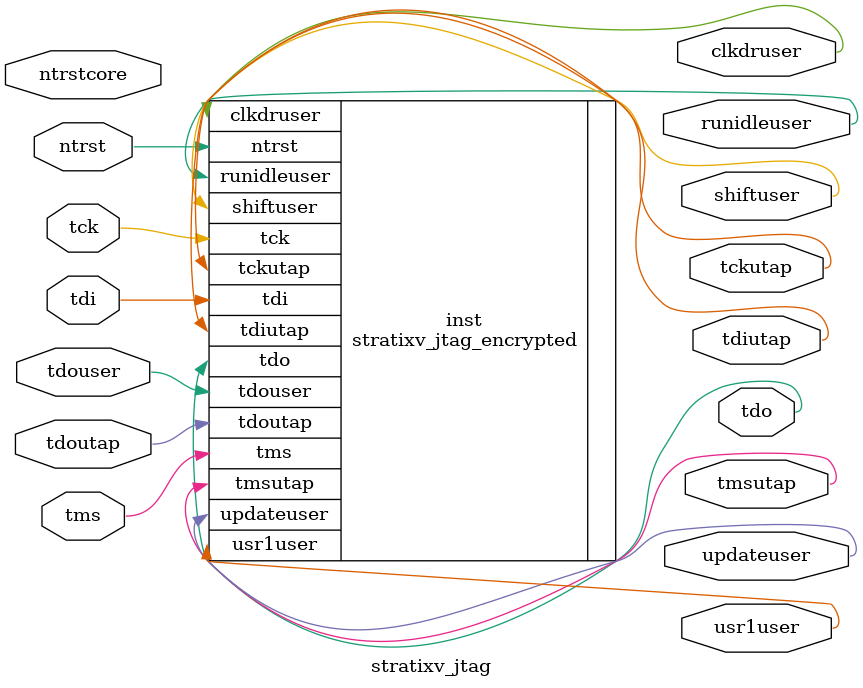
<source format=v>
module    stratixv_jtag    (
    tms,
    tck,
    tdi,
    ntrst,
    tdoutap,
    tdouser,
    tdo,
    tmsutap,
    tckutap,
    tdiutap,
    shiftuser,
    clkdruser,
    updateuser,
    runidleuser,
    usr1user,
    ntrstcore);
    parameter    lpm_type    =    "stratixv_jtag";
    input    tms;
    input    tck;
    input    tdi;
    input    ntrst;
    input    tdoutap;
    input    tdouser;
    output    tdo;
    output    tmsutap;
    output    tckutap;
    output    tdiutap;
    output    shiftuser;
    output    clkdruser;
    output    updateuser;
    output    runidleuser;
    output    usr1user;
    input     ntrstcore;
    stratixv_jtag_encrypted inst (
        .tms(tms),
        .tck(tck),
        .tdi(tdi),
        .ntrst(ntrst),
        .tdoutap(tdoutap),
        .tdouser(tdouser),
        .tdo(tdo),
        .tmsutap(tmsutap),
        .tckutap(tckutap),
        .tdiutap(tdiutap),
        .shiftuser(shiftuser),
        .clkdruser(clkdruser),
        .updateuser(updateuser),
        .runidleuser(runidleuser),
        .usr1user(usr1user) );
    defparam inst.lpm_type = lpm_type;
endmodule
</source>
